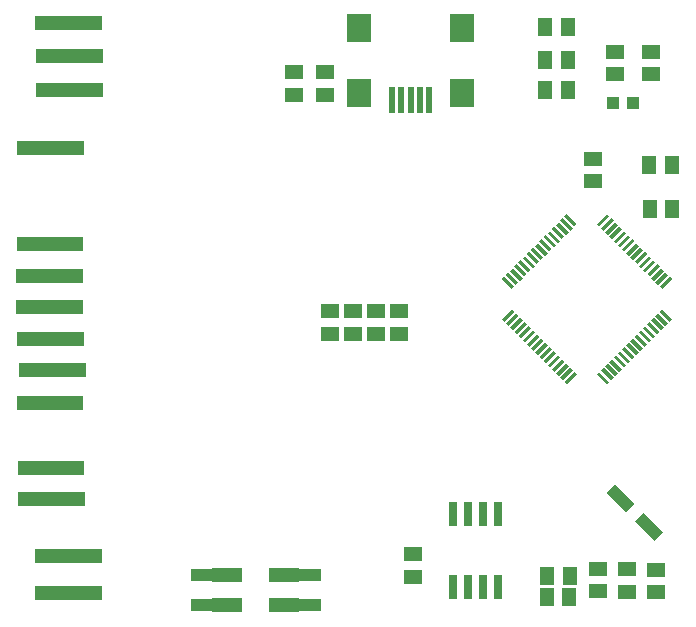
<source format=gbr>
G04 #@! TF.FileFunction,Paste,Top*
%FSLAX46Y46*%
G04 Gerber Fmt 4.6, Leading zero omitted, Abs format (unit mm)*
G04 Created by KiCad (PCBNEW 4.0.6) date 05/08/17 07:10:38*
%MOMM*%
%LPD*%
G01*
G04 APERTURE LIST*
%ADD10C,0.100000*%
%ADD11R,1.500000X1.300000*%
%ADD12R,1.300000X1.500000*%
%ADD13R,2.000000X2.400000*%
%ADD14R,0.500000X2.308000*%
%ADD15R,0.660400X2.032000*%
%ADD16C,1.100000*%
%ADD17R,0.635000X1.270000*%
%ADD18R,1.100000X1.000000*%
%ADD19R,2.006600X1.092200*%
%ADD20R,2.540000X1.143000*%
G04 APERTURE END LIST*
D10*
D11*
X260004500Y-125907700D03*
X260004500Y-127807700D03*
X262392100Y-125958500D03*
X262392100Y-127858500D03*
D12*
X253212500Y-126451300D03*
X255112500Y-126451300D03*
D13*
X246040300Y-85628300D03*
D14*
X243240300Y-86192300D03*
X242440300Y-86192300D03*
X241640300Y-86192300D03*
X240840300Y-86192300D03*
X240040300Y-86192300D03*
D13*
X246040300Y-80128300D03*
X237240300Y-85628300D03*
X237240300Y-80128300D03*
D12*
X253034700Y-80045500D03*
X254934700Y-80045500D03*
D11*
X241827100Y-124644700D03*
X241827100Y-126544700D03*
D12*
X253187100Y-128254700D03*
X255087100Y-128254700D03*
D11*
X257489900Y-127782300D03*
X257489900Y-125882300D03*
X234807700Y-104089100D03*
X234807700Y-105989100D03*
X231759700Y-85745300D03*
X231759700Y-83845300D03*
X234426700Y-85719900D03*
X234426700Y-83819900D03*
D15*
X249006300Y-121269700D03*
X249006300Y-127416500D03*
X247736300Y-121269700D03*
X246466300Y-121269700D03*
X247736300Y-127416500D03*
X246466300Y-127416500D03*
X245196300Y-121269700D03*
X245196300Y-127416500D03*
D10*
G36*
X249575143Y-104941688D02*
X249363011Y-104729556D01*
X250211539Y-103881028D01*
X250423671Y-104093160D01*
X249575143Y-104941688D01*
X249575143Y-104941688D01*
G37*
G36*
X249928696Y-105295242D02*
X249716564Y-105083110D01*
X250565092Y-104234582D01*
X250777224Y-104446714D01*
X249928696Y-105295242D01*
X249928696Y-105295242D01*
G37*
G36*
X250282250Y-105648795D02*
X250070118Y-105436663D01*
X250918646Y-104588135D01*
X251130778Y-104800267D01*
X250282250Y-105648795D01*
X250282250Y-105648795D01*
G37*
G36*
X250635803Y-106002348D02*
X250423671Y-105790216D01*
X251272199Y-104941688D01*
X251484331Y-105153820D01*
X250635803Y-106002348D01*
X250635803Y-106002348D01*
G37*
G36*
X250989356Y-106355902D02*
X250777224Y-106143770D01*
X251625752Y-105295242D01*
X251837884Y-105507374D01*
X250989356Y-106355902D01*
X250989356Y-106355902D01*
G37*
G36*
X251342910Y-106709455D02*
X251130778Y-106497323D01*
X251979306Y-105648795D01*
X252191438Y-105860927D01*
X251342910Y-106709455D01*
X251342910Y-106709455D01*
G37*
G36*
X251696463Y-107063009D02*
X251484331Y-106850877D01*
X252332859Y-106002349D01*
X252544991Y-106214481D01*
X251696463Y-107063009D01*
X251696463Y-107063009D01*
G37*
G36*
X252050017Y-107416562D02*
X251837885Y-107204430D01*
X252686413Y-106355902D01*
X252898545Y-106568034D01*
X252050017Y-107416562D01*
X252050017Y-107416562D01*
G37*
G36*
X252403570Y-107770115D02*
X252191438Y-107557983D01*
X253039966Y-106709455D01*
X253252098Y-106921587D01*
X252403570Y-107770115D01*
X252403570Y-107770115D01*
G37*
G36*
X252757123Y-108123669D02*
X252544991Y-107911537D01*
X253393519Y-107063009D01*
X253605651Y-107275141D01*
X252757123Y-108123669D01*
X252757123Y-108123669D01*
G37*
G36*
X253110677Y-108477222D02*
X252898545Y-108265090D01*
X253747073Y-107416562D01*
X253959205Y-107628694D01*
X253110677Y-108477222D01*
X253110677Y-108477222D01*
G37*
G36*
X253464230Y-108830776D02*
X253252098Y-108618644D01*
X254100626Y-107770116D01*
X254312758Y-107982248D01*
X253464230Y-108830776D01*
X253464230Y-108830776D01*
G37*
G36*
X253817784Y-109184329D02*
X253605652Y-108972197D01*
X254454180Y-108123669D01*
X254666312Y-108335801D01*
X253817784Y-109184329D01*
X253817784Y-109184329D01*
G37*
G36*
X254171337Y-109537882D02*
X253959205Y-109325750D01*
X254807733Y-108477222D01*
X255019865Y-108689354D01*
X254171337Y-109537882D01*
X254171337Y-109537882D01*
G37*
G36*
X254524890Y-109891436D02*
X254312758Y-109679304D01*
X255161286Y-108830776D01*
X255373418Y-109042908D01*
X254524890Y-109891436D01*
X254524890Y-109891436D01*
G37*
G36*
X254878444Y-110244989D02*
X254666312Y-110032857D01*
X255514840Y-109184329D01*
X255726972Y-109396461D01*
X254878444Y-110244989D01*
X254878444Y-110244989D01*
G37*
G36*
X258272556Y-110244989D02*
X257424028Y-109396461D01*
X257636160Y-109184329D01*
X258484688Y-110032857D01*
X258272556Y-110244989D01*
X258272556Y-110244989D01*
G37*
G36*
X258626110Y-109891436D02*
X257777582Y-109042908D01*
X257989714Y-108830776D01*
X258838242Y-109679304D01*
X258626110Y-109891436D01*
X258626110Y-109891436D01*
G37*
G36*
X258979663Y-109537882D02*
X258131135Y-108689354D01*
X258343267Y-108477222D01*
X259191795Y-109325750D01*
X258979663Y-109537882D01*
X258979663Y-109537882D01*
G37*
G36*
X259333216Y-109184329D02*
X258484688Y-108335801D01*
X258696820Y-108123669D01*
X259545348Y-108972197D01*
X259333216Y-109184329D01*
X259333216Y-109184329D01*
G37*
G36*
X259686770Y-108830776D02*
X258838242Y-107982248D01*
X259050374Y-107770116D01*
X259898902Y-108618644D01*
X259686770Y-108830776D01*
X259686770Y-108830776D01*
G37*
G36*
X260040323Y-108477222D02*
X259191795Y-107628694D01*
X259403927Y-107416562D01*
X260252455Y-108265090D01*
X260040323Y-108477222D01*
X260040323Y-108477222D01*
G37*
G36*
X260393877Y-108123669D02*
X259545349Y-107275141D01*
X259757481Y-107063009D01*
X260606009Y-107911537D01*
X260393877Y-108123669D01*
X260393877Y-108123669D01*
G37*
G36*
X260747430Y-107770115D02*
X259898902Y-106921587D01*
X260111034Y-106709455D01*
X260959562Y-107557983D01*
X260747430Y-107770115D01*
X260747430Y-107770115D01*
G37*
G36*
X261100983Y-107416562D02*
X260252455Y-106568034D01*
X260464587Y-106355902D01*
X261313115Y-107204430D01*
X261100983Y-107416562D01*
X261100983Y-107416562D01*
G37*
G36*
X261454537Y-107063009D02*
X260606009Y-106214481D01*
X260818141Y-106002349D01*
X261666669Y-106850877D01*
X261454537Y-107063009D01*
X261454537Y-107063009D01*
G37*
G36*
X261808090Y-106709455D02*
X260959562Y-105860927D01*
X261171694Y-105648795D01*
X262020222Y-106497323D01*
X261808090Y-106709455D01*
X261808090Y-106709455D01*
G37*
G36*
X262161644Y-106355902D02*
X261313116Y-105507374D01*
X261525248Y-105295242D01*
X262373776Y-106143770D01*
X262161644Y-106355902D01*
X262161644Y-106355902D01*
G37*
G36*
X262515197Y-106002348D02*
X261666669Y-105153820D01*
X261878801Y-104941688D01*
X262727329Y-105790216D01*
X262515197Y-106002348D01*
X262515197Y-106002348D01*
G37*
G36*
X262868750Y-105648795D02*
X262020222Y-104800267D01*
X262232354Y-104588135D01*
X263080882Y-105436663D01*
X262868750Y-105648795D01*
X262868750Y-105648795D01*
G37*
G36*
X263222304Y-105295242D02*
X262373776Y-104446714D01*
X262585908Y-104234582D01*
X263434436Y-105083110D01*
X263222304Y-105295242D01*
X263222304Y-105295242D01*
G37*
G36*
X263575857Y-104941688D02*
X262727329Y-104093160D01*
X262939461Y-103881028D01*
X263787989Y-104729556D01*
X263575857Y-104941688D01*
X263575857Y-104941688D01*
G37*
G36*
X262939461Y-102183972D02*
X262727329Y-101971840D01*
X263575857Y-101123312D01*
X263787989Y-101335444D01*
X262939461Y-102183972D01*
X262939461Y-102183972D01*
G37*
G36*
X262585908Y-101830418D02*
X262373776Y-101618286D01*
X263222304Y-100769758D01*
X263434436Y-100981890D01*
X262585908Y-101830418D01*
X262585908Y-101830418D01*
G37*
G36*
X262232354Y-101476865D02*
X262020222Y-101264733D01*
X262868750Y-100416205D01*
X263080882Y-100628337D01*
X262232354Y-101476865D01*
X262232354Y-101476865D01*
G37*
G36*
X261878801Y-101123312D02*
X261666669Y-100911180D01*
X262515197Y-100062652D01*
X262727329Y-100274784D01*
X261878801Y-101123312D01*
X261878801Y-101123312D01*
G37*
G36*
X261525248Y-100769758D02*
X261313116Y-100557626D01*
X262161644Y-99709098D01*
X262373776Y-99921230D01*
X261525248Y-100769758D01*
X261525248Y-100769758D01*
G37*
G36*
X261171694Y-100416205D02*
X260959562Y-100204073D01*
X261808090Y-99355545D01*
X262020222Y-99567677D01*
X261171694Y-100416205D01*
X261171694Y-100416205D01*
G37*
G36*
X260818141Y-100062651D02*
X260606009Y-99850519D01*
X261454537Y-99001991D01*
X261666669Y-99214123D01*
X260818141Y-100062651D01*
X260818141Y-100062651D01*
G37*
G36*
X260464587Y-99709098D02*
X260252455Y-99496966D01*
X261100983Y-98648438D01*
X261313115Y-98860570D01*
X260464587Y-99709098D01*
X260464587Y-99709098D01*
G37*
G36*
X260111034Y-99355545D02*
X259898902Y-99143413D01*
X260747430Y-98294885D01*
X260959562Y-98507017D01*
X260111034Y-99355545D01*
X260111034Y-99355545D01*
G37*
G36*
X259757481Y-99001991D02*
X259545349Y-98789859D01*
X260393877Y-97941331D01*
X260606009Y-98153463D01*
X259757481Y-99001991D01*
X259757481Y-99001991D01*
G37*
G36*
X259403927Y-98648438D02*
X259191795Y-98436306D01*
X260040323Y-97587778D01*
X260252455Y-97799910D01*
X259403927Y-98648438D01*
X259403927Y-98648438D01*
G37*
G36*
X259050374Y-98294884D02*
X258838242Y-98082752D01*
X259686770Y-97234224D01*
X259898902Y-97446356D01*
X259050374Y-98294884D01*
X259050374Y-98294884D01*
G37*
G36*
X258696820Y-97941331D02*
X258484688Y-97729199D01*
X259333216Y-96880671D01*
X259545348Y-97092803D01*
X258696820Y-97941331D01*
X258696820Y-97941331D01*
G37*
G36*
X258343267Y-97587778D02*
X258131135Y-97375646D01*
X258979663Y-96527118D01*
X259191795Y-96739250D01*
X258343267Y-97587778D01*
X258343267Y-97587778D01*
G37*
G36*
X257989714Y-97234224D02*
X257777582Y-97022092D01*
X258626110Y-96173564D01*
X258838242Y-96385696D01*
X257989714Y-97234224D01*
X257989714Y-97234224D01*
G37*
G36*
X257636160Y-96880671D02*
X257424028Y-96668539D01*
X258272556Y-95820011D01*
X258484688Y-96032143D01*
X257636160Y-96880671D01*
X257636160Y-96880671D01*
G37*
G36*
X255514840Y-96880671D02*
X254666312Y-96032143D01*
X254878444Y-95820011D01*
X255726972Y-96668539D01*
X255514840Y-96880671D01*
X255514840Y-96880671D01*
G37*
G36*
X255161286Y-97234224D02*
X254312758Y-96385696D01*
X254524890Y-96173564D01*
X255373418Y-97022092D01*
X255161286Y-97234224D01*
X255161286Y-97234224D01*
G37*
G36*
X254807733Y-97587778D02*
X253959205Y-96739250D01*
X254171337Y-96527118D01*
X255019865Y-97375646D01*
X254807733Y-97587778D01*
X254807733Y-97587778D01*
G37*
G36*
X254454180Y-97941331D02*
X253605652Y-97092803D01*
X253817784Y-96880671D01*
X254666312Y-97729199D01*
X254454180Y-97941331D01*
X254454180Y-97941331D01*
G37*
G36*
X254100626Y-98294884D02*
X253252098Y-97446356D01*
X253464230Y-97234224D01*
X254312758Y-98082752D01*
X254100626Y-98294884D01*
X254100626Y-98294884D01*
G37*
G36*
X253747073Y-98648438D02*
X252898545Y-97799910D01*
X253110677Y-97587778D01*
X253959205Y-98436306D01*
X253747073Y-98648438D01*
X253747073Y-98648438D01*
G37*
G36*
X253393519Y-99001991D02*
X252544991Y-98153463D01*
X252757123Y-97941331D01*
X253605651Y-98789859D01*
X253393519Y-99001991D01*
X253393519Y-99001991D01*
G37*
G36*
X253039966Y-99355545D02*
X252191438Y-98507017D01*
X252403570Y-98294885D01*
X253252098Y-99143413D01*
X253039966Y-99355545D01*
X253039966Y-99355545D01*
G37*
G36*
X252686413Y-99709098D02*
X251837885Y-98860570D01*
X252050017Y-98648438D01*
X252898545Y-99496966D01*
X252686413Y-99709098D01*
X252686413Y-99709098D01*
G37*
G36*
X252332859Y-100062651D02*
X251484331Y-99214123D01*
X251696463Y-99001991D01*
X252544991Y-99850519D01*
X252332859Y-100062651D01*
X252332859Y-100062651D01*
G37*
G36*
X251979306Y-100416205D02*
X251130778Y-99567677D01*
X251342910Y-99355545D01*
X252191438Y-100204073D01*
X251979306Y-100416205D01*
X251979306Y-100416205D01*
G37*
G36*
X251625752Y-100769758D02*
X250777224Y-99921230D01*
X250989356Y-99709098D01*
X251837884Y-100557626D01*
X251625752Y-100769758D01*
X251625752Y-100769758D01*
G37*
G36*
X251272199Y-101123312D02*
X250423671Y-100274784D01*
X250635803Y-100062652D01*
X251484331Y-100911180D01*
X251272199Y-101123312D01*
X251272199Y-101123312D01*
G37*
G36*
X250918646Y-101476865D02*
X250070118Y-100628337D01*
X250282250Y-100416205D01*
X251130778Y-101264733D01*
X250918646Y-101476865D01*
X250918646Y-101476865D01*
G37*
G36*
X250565092Y-101830418D02*
X249716564Y-100981890D01*
X249928696Y-100769758D01*
X250777224Y-101618286D01*
X250565092Y-101830418D01*
X250565092Y-101830418D01*
G37*
G36*
X250211539Y-102183972D02*
X249363011Y-101335444D01*
X249575143Y-101123312D01*
X250423671Y-101971840D01*
X250211539Y-102183972D01*
X250211539Y-102183972D01*
G37*
D16*
X211412500Y-90281700D03*
D17*
X211793500Y-90281700D03*
X212428500Y-90281700D03*
X211158500Y-90281700D03*
X210523500Y-90281700D03*
X209888500Y-90281700D03*
X213025400Y-90281700D03*
X213622300Y-90281700D03*
X209266200Y-90281700D03*
X208643900Y-90281700D03*
D16*
X213014500Y-82458500D03*
D17*
X213395500Y-82458500D03*
X214030500Y-82458500D03*
X212760500Y-82458500D03*
X212125500Y-82458500D03*
X211490500Y-82458500D03*
X214627400Y-82458500D03*
X215224300Y-82458500D03*
X210868200Y-82458500D03*
X210245900Y-82458500D03*
D16*
X211386100Y-103718300D03*
D17*
X211767100Y-103718300D03*
X212402100Y-103718300D03*
X211132100Y-103718300D03*
X210497100Y-103718300D03*
X209862100Y-103718300D03*
X212999000Y-103718300D03*
X213595900Y-103718300D03*
X209239800Y-103718300D03*
X208617500Y-103718300D03*
D16*
X211411500Y-106385300D03*
D17*
X211792500Y-106385300D03*
X212427500Y-106385300D03*
X211157500Y-106385300D03*
X210522500Y-106385300D03*
X209887500Y-106385300D03*
X213024400Y-106385300D03*
X213621300Y-106385300D03*
X209265200Y-106385300D03*
X208642900Y-106385300D03*
D16*
X211587500Y-109077700D03*
D17*
X211968500Y-109077700D03*
X212603500Y-109077700D03*
X211333500Y-109077700D03*
X210698500Y-109077700D03*
X210063500Y-109077700D03*
X213200400Y-109077700D03*
X213797300Y-109077700D03*
X209441200Y-109077700D03*
X208818900Y-109077700D03*
D16*
X211388900Y-98384300D03*
D17*
X211769900Y-98384300D03*
X212404900Y-98384300D03*
X211134900Y-98384300D03*
X210499900Y-98384300D03*
X209864900Y-98384300D03*
X213001800Y-98384300D03*
X213598700Y-98384300D03*
X209242600Y-98384300D03*
X208620300Y-98384300D03*
D16*
X213014500Y-85354100D03*
D17*
X213395500Y-85354100D03*
X214030500Y-85354100D03*
X212760500Y-85354100D03*
X212125500Y-85354100D03*
X211490500Y-85354100D03*
X214627400Y-85354100D03*
X215224300Y-85354100D03*
X210868200Y-85354100D03*
X210245900Y-85354100D03*
D16*
X212963700Y-127949900D03*
D17*
X213344700Y-127949900D03*
X213979700Y-127949900D03*
X212709700Y-127949900D03*
X212074700Y-127949900D03*
X211439700Y-127949900D03*
X214576600Y-127949900D03*
X215173500Y-127949900D03*
X210817400Y-127949900D03*
X210195100Y-127949900D03*
D16*
X212963700Y-124825700D03*
D17*
X213344700Y-124825700D03*
X213979700Y-124825700D03*
X212709700Y-124825700D03*
X212074700Y-124825700D03*
X211439700Y-124825700D03*
X214576600Y-124825700D03*
X215173500Y-124825700D03*
X210817400Y-124825700D03*
X210195100Y-124825700D03*
D12*
X261899300Y-95412500D03*
X263799300Y-95412500D03*
X263773900Y-91729500D03*
X261873900Y-91729500D03*
D18*
X258798900Y-86420900D03*
X260498900Y-86420900D03*
D11*
X262011100Y-83992700D03*
X262011100Y-82092700D03*
X258937700Y-83992700D03*
X258937700Y-82092700D03*
D16*
X212963700Y-79664500D03*
D17*
X213344700Y-79664500D03*
X213979700Y-79664500D03*
X212709700Y-79664500D03*
X212074700Y-79664500D03*
X211439700Y-79664500D03*
X214576600Y-79664500D03*
X215173500Y-79664500D03*
X210817400Y-79664500D03*
X210195100Y-79664500D03*
D16*
X211510300Y-119948900D03*
D17*
X211891300Y-119948900D03*
X212526300Y-119948900D03*
X211256300Y-119948900D03*
X210621300Y-119948900D03*
X209986300Y-119948900D03*
X213123200Y-119948900D03*
X213720100Y-119948900D03*
X209364000Y-119948900D03*
X208741700Y-119948900D03*
D16*
X211397900Y-111846300D03*
D17*
X211778900Y-111846300D03*
X212413900Y-111846300D03*
X211143900Y-111846300D03*
X210508900Y-111846300D03*
X209873900Y-111846300D03*
X213010800Y-111846300D03*
X213607700Y-111846300D03*
X209251600Y-111846300D03*
X208629300Y-111846300D03*
D11*
X257083500Y-93060500D03*
X257083500Y-91160500D03*
D12*
X253060100Y-85303300D03*
X254960100Y-85303300D03*
X254934700Y-82763300D03*
X253034700Y-82763300D03*
D19*
X233041700Y-128965900D03*
X224050100Y-128965900D03*
X224050100Y-126425900D03*
X233041700Y-126425900D03*
D20*
X230958900Y-126425900D03*
X230958900Y-128965900D03*
X226132900Y-126425900D03*
X226132900Y-128965900D03*
D11*
X236738100Y-104089100D03*
X236738100Y-105989100D03*
D16*
X211484900Y-117307300D03*
D17*
X211865900Y-117307300D03*
X212500900Y-117307300D03*
X211230900Y-117307300D03*
X210595900Y-117307300D03*
X209960900Y-117307300D03*
X213097800Y-117307300D03*
X213694700Y-117307300D03*
X209338600Y-117307300D03*
X208716300Y-117307300D03*
D16*
X211374300Y-101051300D03*
D17*
X211755300Y-101051300D03*
X212390300Y-101051300D03*
X211120300Y-101051300D03*
X210485300Y-101051300D03*
X209850300Y-101051300D03*
X212987200Y-101051300D03*
X213584100Y-101051300D03*
X209228000Y-101051300D03*
X208605700Y-101051300D03*
D11*
X238719300Y-105989100D03*
X238719300Y-104089100D03*
X240700500Y-105989100D03*
X240700500Y-104089100D03*
D10*
G36*
X262978908Y-122780601D02*
X262271801Y-123487708D01*
X260645456Y-121861363D01*
X261352563Y-121154256D01*
X262978908Y-122780601D01*
X262978908Y-122780601D01*
G37*
G36*
X260557067Y-120358760D02*
X259849960Y-121065867D01*
X258223615Y-119439522D01*
X258930722Y-118732415D01*
X260557067Y-120358760D01*
X260557067Y-120358760D01*
G37*
M02*

</source>
